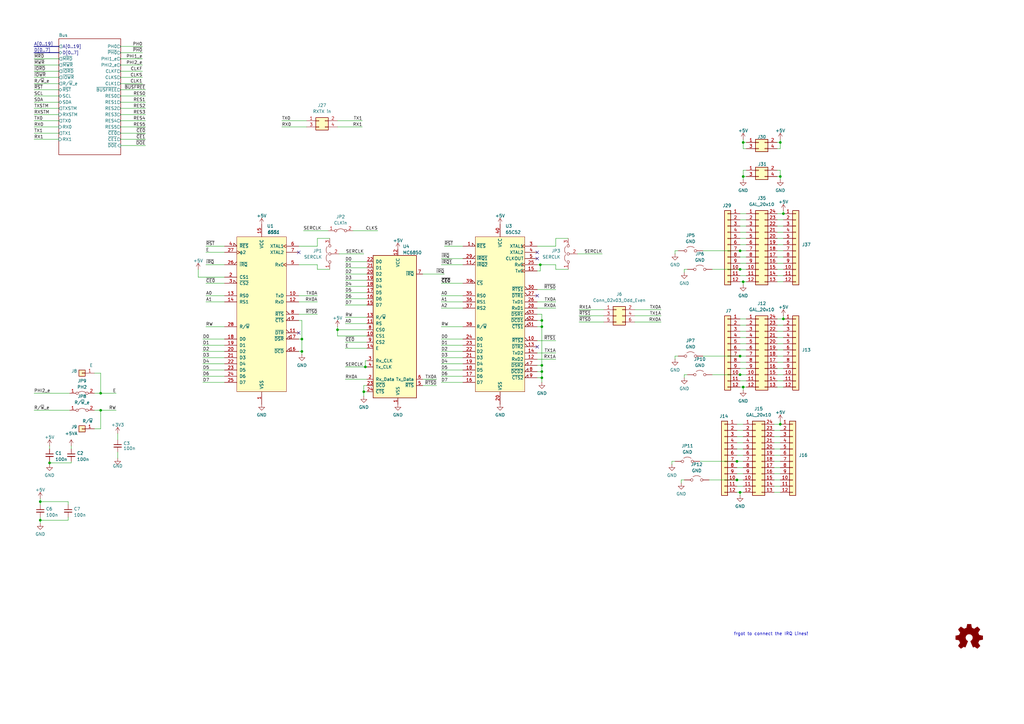
<source format=kicad_sch>
(kicad_sch (version 20231120) (generator "eeschema") (generator_version "8.0")
  (paper "A3")
  (title_block (title "Unicomp v3 - MOS Serial Board") (date "2024-10-05") (rev "v1.0") (company "100% Offner") (comment 1 "v1.0: Initial"))
  (junction (at 302.26 189.23))
  (junction (at 41.275 168.275))
  (junction (at 304.8 72.39))
  (junction (at 16.51 213.36))
  (junction (at 123.825 144.145))
  (junction (at 320.04 58.42))
  (junction (at 222.25 152.4))
  (junction (at 149.225 160.655))
  (junction (at 303.53 110.49))
  (junction (at 41.275 161.29))
  (junction (at 303.53 201.93))
  (junction (at 149.86 150.495))
  (junction (at 303.53 102.87))
  (junction (at 221.615 108.585))
  (junction (at 304.8 158.75))
  (junction (at 222.25 154.94))
  (junction (at 304.8 58.42))
  (junction (at 16.51 205.74))
  (junction (at 138.43 135.255))
  (junction (at 222.25 131.445))
  (junction (at 222.25 149.86))
  (junction (at 123.825 139.065))
  (junction (at 303.53 153.67))
  (junction (at 320.04 72.39))
  (junction (at 321.31 87.63))
  (junction (at 20.32 189.865))
  (junction (at 304.8 115.57))
  (junction (at 303.53 146.05))
  (junction (at 302.26 196.85))
  (junction (at 321.31 130.81))
  (junction (at 320.04 173.99))
  (junction (at 222.25 133.985))
  (no_connect (at 122.555 103.505))
  (no_connect (at 220.345 121.285))
  (no_connect (at 220.345 142.24))
  (no_connect (at 220.345 103.505))
  (no_connect (at 122.555 136.525))
  (no_connect (at 220.345 106.045))
  (wire (pts (xy 320.04 191.77) (xy 317.5 191.77)))
  (wire (pts (xy 292.1 153.67) (xy 303.53 153.67)))
  (wire (pts (xy 303.53 102.87) (xy 306.07 102.87)))
  (wire (pts (xy 141.605 132.715) (xy 150.495 132.715)))
  (wire (pts (xy 303.53 92.71) (xy 306.07 92.71)))
  (wire (pts (xy 13.97 39.37) (xy 24.13 39.37)))
  (wire (pts (xy 227.965 108.585) (xy 227.965 110.49)))
  (wire (pts (xy 13.97 31.75) (xy 24.13 31.75)))
  (wire (pts (xy 149.225 158.115) (xy 150.495 158.115)))
  (wire (pts (xy 320.04 58.42) (xy 320.04 60.96)))
  (wire (pts (xy 304.8 58.42) (xy 306.07 58.42)))
  (wire (pts (xy 233.045 97.79) (xy 227.965 97.79)))
  (wire (pts (xy 321.31 135.89) (xy 318.77 135.89)))
  (wire (pts (xy 13.97 41.91) (xy 24.13 41.91)))
  (wire (pts (xy 141.605 117.475) (xy 150.495 117.475)))
  (wire (pts (xy 321.31 138.43) (xy 318.77 138.43)))
  (wire (pts (xy 303.53 146.05) (xy 306.07 146.05)))
  (wire (pts (xy 135.255 97.79) (xy 130.175 97.79)))
  (wire (pts (xy 237.49 132.08) (xy 247.65 132.08)))
  (wire (pts (xy 150.495 147.955) (xy 149.86 147.955)))
  (wire (pts (xy 222.25 156.845) (xy 222.25 154.94)))
  (wire (pts (xy 49.53 34.29) (xy 58.42 34.29)))
  (wire (pts (xy 83.185 139.065) (xy 92.075 139.065)))
  (wire (pts (xy 276.86 102.87) (xy 278.13 102.87)))
  (wire (pts (xy 83.185 141.605) (xy 92.075 141.605)))
  (wire (pts (xy 303.53 105.41) (xy 306.07 105.41)))
  (wire (pts (xy 144.78 94.615) (xy 154.94 94.615)))
  (wire (pts (xy 130.175 97.79) (xy 130.175 100.965)))
  (wire (pts (xy 302.26 176.53) (xy 304.8 176.53)))
  (wire (pts (xy 83.185 146.685) (xy 92.075 146.685)))
  (wire (pts (xy 122.555 139.065) (xy 123.825 139.065)))
  (wire (pts (xy 321.31 158.75) (xy 318.77 158.75)))
  (wire (pts (xy 20.32 190.5) (xy 20.32 189.865)))
  (wire (pts (xy 280.67 153.67) (xy 281.94 153.67)))
  (wire (pts (xy 222.25 154.94) (xy 220.345 154.94)))
  (wire (pts (xy 20.32 189.865) (xy 29.21 189.865)))
  (wire (pts (xy 180.975 139.065) (xy 189.865 139.065)))
  (wire (pts (xy 304.8 158.75) (xy 306.07 158.75)))
  (wire (pts (xy 320.04 181.61) (xy 317.5 181.61)))
  (wire (pts (xy 141.605 107.315) (xy 150.495 107.315)))
  (wire (pts (xy 321.31 129.54) (xy 321.31 130.81)))
  (wire (pts (xy 138.43 137.795) (xy 150.495 137.795)))
  (wire (pts (xy 303.53 138.43) (xy 306.07 138.43)))
  (wire (pts (xy 275.59 190.5) (xy 275.59 189.23)))
  (wire (pts (xy 320.04 60.96) (xy 318.77 60.96)))
  (wire (pts (xy 41.275 175.895) (xy 41.275 168.275)))
  (wire (pts (xy 303.53 158.75) (xy 304.8 158.75)))
  (wire (pts (xy 141.605 120.015) (xy 150.495 120.015)))
  (wire (pts (xy 302.26 194.31) (xy 304.8 194.31)))
  (wire (pts (xy 320.04 201.93) (xy 317.5 201.93)))
  (wire (pts (xy 122.555 121.285) (xy 130.175 121.285)))
  (wire (pts (xy 321.31 113.03) (xy 318.77 113.03)))
  (wire (pts (xy 304.8 72.39) (xy 304.8 73.66)))
  (wire (pts (xy 49.53 46.99) (xy 59.69 46.99)))
  (wire (pts (xy 303.53 97.79) (xy 306.07 97.79)))
  (wire (pts (xy 303.53 148.59) (xy 306.07 148.59)))
  (wire (pts (xy 321.31 115.57) (xy 318.77 115.57)))
  (wire (pts (xy 303.53 135.89) (xy 306.07 135.89)))
  (wire (pts (xy 84.455 133.985) (xy 92.075 133.985)))
  (wire (pts (xy 13.97 46.99) (xy 24.13 46.99)))
  (wire (pts (xy 49.53 54.61) (xy 59.69 54.61)))
  (wire (pts (xy 321.31 156.21) (xy 318.77 156.21)))
  (wire (pts (xy 122.555 131.445) (xy 123.825 131.445)))
  (wire (pts (xy 122.555 144.145) (xy 123.825 144.145)))
  (wire (pts (xy 13.97 54.61) (xy 24.13 54.61)))
  (wire (pts (xy 13.97 161.29) (xy 28.575 161.29)))
  (wire (pts (xy 130.175 108.585) (xy 130.175 110.49)))
  (wire (pts (xy 227.965 110.49) (xy 233.045 110.49)))
  (wire (pts (xy 320.04 184.15) (xy 317.5 184.15)))
  (wire (pts (xy 180.975 106.045) (xy 189.865 106.045)))
  (wire (pts (xy 303.53 110.49) (xy 306.07 110.49)))
  (wire (pts (xy 303.53 107.95) (xy 306.07 107.95)))
  (wire (pts (xy 27.94 213.36) (xy 16.51 213.36)))
  (wire (pts (xy 304.8 115.57) (xy 306.07 115.57)))
  (wire (pts (xy 180.975 133.985) (xy 189.865 133.985)))
  (wire (pts (xy 141.605 140.335) (xy 150.495 140.335)))
  (wire (pts (xy 141.605 150.495) (xy 149.86 150.495)))
  (wire (pts (xy 180.975 156.845) (xy 189.865 156.845)))
  (wire (pts (xy 141.605 155.575) (xy 150.495 155.575)))
  (wire (pts (xy 220.345 128.905) (xy 222.25 128.905)))
  (wire (pts (xy 173.355 112.395) (xy 182.245 112.395)))
  (wire (pts (xy 49.53 26.67) (xy 58.42 26.67)))
  (wire (pts (xy 304.8 60.96) (xy 306.07 60.96)))
  (wire (pts (xy 49.53 39.37) (xy 59.69 39.37)))
  (wire (pts (xy 220.345 139.7) (xy 227.965 139.7)))
  (wire (pts (xy 180.975 108.585) (xy 189.865 108.585)))
  (wire (pts (xy 320.04 172.72) (xy 320.04 173.99)))
  (wire (pts (xy 180.975 116.205) (xy 189.865 116.205)))
  (wire (pts (xy 149.86 150.495) (xy 150.495 150.495)))
  (wire (pts (xy 279.4 196.85) (xy 280.67 196.85)))
  (wire (pts (xy 180.975 121.285) (xy 189.865 121.285)))
  (wire (pts (xy 303.53 130.81) (xy 306.07 130.81)))
  (wire (pts (xy 180.975 146.685) (xy 189.865 146.685)))
  (wire (pts (xy 320.04 69.85) (xy 320.04 72.39)))
  (wire (pts (xy 292.1 110.49) (xy 303.53 110.49)))
  (wire (pts (xy 149.225 158.115) (xy 149.225 160.655)))
  (wire (pts (xy 303.53 100.33) (xy 306.07 100.33)))
  (wire (pts (xy 320.04 179.07) (xy 317.5 179.07)))
  (wire (pts (xy 141.605 125.095) (xy 150.495 125.095)))
  (wire (pts (xy 290.83 196.85) (xy 302.26 196.85)))
  (wire (pts (xy 115.57 52.07) (xy 125.73 52.07)))
  (wire (pts (xy 180.975 154.305) (xy 189.865 154.305)))
  (wire (pts (xy 320.04 176.53) (xy 317.5 176.53)))
  (wire (pts (xy 83.185 151.765) (xy 92.075 151.765)))
  (wire (pts (xy 221.615 108.585) (xy 227.965 108.585)))
  (wire (pts (xy 303.53 113.03) (xy 306.07 113.03)))
  (wire (pts (xy 227.965 97.79) (xy 227.965 100.965)))
  (wire (pts (xy 115.57 49.53) (xy 125.73 49.53)))
  (wire (pts (xy 288.29 102.87) (xy 303.53 102.87)))
  (wire (pts (xy 180.975 149.225) (xy 189.865 149.225)))
  (wire (pts (xy 321.31 146.05) (xy 318.77 146.05)))
  (wire (pts (xy 321.31 107.95) (xy 318.77 107.95)))
  (wire (pts (xy 321.31 143.51) (xy 318.77 143.51)))
  (wire (pts (xy 321.31 90.17) (xy 318.77 90.17)))
  (wire (pts (xy 138.43 135.255) (xy 138.43 133.985)))
  (wire (pts (xy 275.59 189.23) (xy 276.86 189.23)))
  (wire (pts (xy 84.455 100.965) (xy 92.075 100.965)))
  (wire (pts (xy 304.8 72.39) (xy 306.07 72.39)))
  (wire (pts (xy 13.97 34.29) (xy 24.13 34.29)))
  (wire (pts (xy 41.275 153.035) (xy 41.275 161.29)))
  (wire (pts (xy 303.53 95.25) (xy 306.07 95.25)))
  (wire (pts (xy 141.605 122.555) (xy 150.495 122.555)))
  (wire (pts (xy 321.31 153.67) (xy 318.77 153.67)))
  (wire (pts (xy 49.53 31.75) (xy 58.42 31.75)))
  (wire (pts (xy 303.53 115.57) (xy 304.8 115.57)))
  (wire (pts (xy 321.31 151.13) (xy 318.77 151.13)))
  (wire (pts (xy 49.53 41.91) (xy 59.69 41.91)))
  (bus (pts (xy 24.13 19.05) (xy 13.97 19.05)))
  (wire (pts (xy 84.455 108.585) (xy 92.075 108.585)))
  (wire (pts (xy 222.25 131.445) (xy 222.25 133.985)))
  (wire (pts (xy 16.51 205.74) (xy 16.51 207.01)))
  (wire (pts (xy 84.455 103.505) (xy 92.075 103.505)))
  (wire (pts (xy 122.555 123.825) (xy 130.175 123.825)))
  (wire (pts (xy 13.97 57.15) (xy 24.13 57.15)))
  (wire (pts (xy 303.53 153.67) (xy 306.07 153.67)))
  (wire (pts (xy 321.31 92.71) (xy 318.77 92.71)))
  (wire (pts (xy 49.53 57.15) (xy 59.69 57.15)))
  (wire (pts (xy 141.605 114.935) (xy 150.495 114.935)))
  (wire (pts (xy 320.04 199.39) (xy 317.5 199.39)))
  (wire (pts (xy 38.735 153.035) (xy 41.275 153.035)))
  (wire (pts (xy 302.26 173.99) (xy 304.8 173.99)))
  (wire (pts (xy 41.275 161.29) (xy 38.735 161.29)))
  (wire (pts (xy 220.345 131.445) (xy 222.25 131.445)))
  (wire (pts (xy 280.67 154.94) (xy 280.67 153.67)))
  (wire (pts (xy 236.855 104.14) (xy 247.015 104.14)))
  (wire (pts (xy 222.25 152.4) (xy 222.25 154.94)))
  (wire (pts (xy 302.26 196.85) (xy 304.8 196.85)))
  (wire (pts (xy 321.31 87.63) (xy 318.77 87.63)))
  (wire (pts (xy 321.31 148.59) (xy 318.77 148.59)))
  (wire (pts (xy 49.53 24.13) (xy 58.42 24.13)))
  (wire (pts (xy 122.555 100.965) (xy 130.175 100.965)))
  (wire (pts (xy 302.26 181.61) (xy 304.8 181.61)))
  (wire (pts (xy 27.94 212.09) (xy 27.94 213.36)))
  (wire (pts (xy 303.53 201.93) (xy 304.8 201.93)))
  (wire (pts (xy 182.245 100.965) (xy 189.865 100.965)))
  (wire (pts (xy 16.51 214.63) (xy 16.51 213.36)))
  (wire (pts (xy 320.04 69.85) (xy 318.77 69.85)))
  (wire (pts (xy 302.26 184.15) (xy 304.8 184.15)))
  (wire (pts (xy 84.455 123.825) (xy 92.075 123.825)))
  (wire (pts (xy 148.59 52.07) (xy 138.43 52.07)))
  (wire (pts (xy 49.53 49.53) (xy 59.69 49.53)))
  (wire (pts (xy 220.345 111.125) (xy 221.615 111.125)))
  (wire (pts (xy 303.53 143.51) (xy 306.07 143.51)))
  (wire (pts (xy 84.455 116.205) (xy 92.075 116.205)))
  (wire (pts (xy 16.51 213.36) (xy 16.51 212.09)))
  (wire (pts (xy 220.345 144.78) (xy 227.965 144.78)))
  (wire (pts (xy 13.97 36.83) (xy 24.13 36.83)))
  (wire (pts (xy 13.97 52.07) (xy 24.13 52.07)))
  (wire (pts (xy 49.53 52.07) (xy 59.69 52.07)))
  (wire (pts (xy 303.53 133.35) (xy 306.07 133.35)))
  (wire (pts (xy 321.31 95.25) (xy 318.77 95.25)))
  (wire (pts (xy 122.555 128.905) (xy 130.175 128.905)))
  (wire (pts (xy 220.345 108.585) (xy 221.615 108.585)))
  (wire (pts (xy 303.53 156.21) (xy 306.07 156.21)))
  (wire (pts (xy 303.53 87.63) (xy 306.07 87.63)))
  (wire (pts (xy 27.94 205.74) (xy 27.94 207.01)))
  (wire (pts (xy 149.225 160.655) (xy 150.495 160.655)))
  (wire (pts (xy 180.975 144.145) (xy 189.865 144.145)))
  (wire (pts (xy 148.59 49.53) (xy 138.43 49.53)))
  (wire (pts (xy 173.355 155.575) (xy 179.07 155.575)))
  (wire (pts (xy 260.35 132.08) (xy 271.145 132.08)))
  (wire (pts (xy 29.21 189.23) (xy 29.21 189.865)))
  (wire (pts (xy 222.25 133.985) (xy 220.345 133.985)))
  (wire (pts (xy 83.185 154.305) (xy 92.075 154.305)))
  (wire (pts (xy 320.04 196.85) (xy 317.5 196.85)))
  (wire (pts (xy 220.345 152.4) (xy 222.25 152.4)))
  (wire (pts (xy 321.31 133.35) (xy 318.77 133.35)))
  (wire (pts (xy 302.26 191.77) (xy 304.8 191.77)))
  (wire (pts (xy 222.25 128.905) (xy 222.25 131.445)))
  (wire (pts (xy 279.4 198.12) (xy 279.4 196.85)))
  (wire (pts (xy 134.62 94.615) (xy 124.46 94.615)))
  (wire (pts (xy 49.53 36.83) (xy 59.69 36.83)))
  (wire (pts (xy 141.605 112.395) (xy 150.495 112.395)))
  (wire (pts (xy 123.825 144.145) (xy 123.825 145.415)))
  (wire (pts (xy 38.735 175.895) (xy 41.275 175.895)))
  (wire (pts (xy 49.53 59.69) (xy 59.69 59.69)))
  (wire (pts (xy 280.67 110.49) (xy 281.94 110.49)))
  (wire (pts (xy 320.04 194.31) (xy 317.5 194.31)))
  (wire (pts (xy 13.97 29.21) (xy 24.13 29.21)))
  (wire (pts (xy 41.275 168.275) (xy 38.735 168.275)))
  (wire (pts (xy 220.345 149.86) (xy 222.25 149.86)))
  (wire (pts (xy 304.8 160.02) (xy 304.8 158.75)))
  (wire (pts (xy 149.86 147.955) (xy 149.86 150.495)))
  (wire (pts (xy 173.355 158.115) (xy 179.07 158.115)))
  (wire (pts (xy 139.065 104.14) (xy 149.225 104.14)))
  (wire (pts (xy 48.26 185.42) (xy 48.26 187.96)))
  (wire (pts (xy 13.97 44.45) (xy 24.13 44.45)))
  (wire (pts (xy 304.8 116.84) (xy 304.8 115.57)))
  (wire (pts (xy 321.31 105.41) (xy 318.77 105.41)))
  (wire (pts (xy 41.275 161.29) (xy 47.625 161.29)))
  (wire (pts (xy 302.26 179.07) (xy 304.8 179.07)))
  (wire (pts (xy 138.43 137.795) (xy 138.43 135.255)))
  (wire (pts (xy 49.53 19.05) (xy 58.42 19.05)))
  (wire (pts (xy 130.175 110.49) (xy 135.255 110.49)))
  (wire (pts (xy 260.35 127) (xy 271.145 127)))
  (wire (pts (xy 320.04 189.23) (xy 317.5 189.23)))
  (wire (pts (xy 49.53 21.59) (xy 58.42 21.59)))
  (wire (pts (xy 180.975 151.765) (xy 189.865 151.765)))
  (wire (pts (xy 13.97 24.13) (xy 24.13 24.13)))
  (wire (pts (xy 122.555 108.585) (xy 130.175 108.585)))
  (wire (pts (xy 123.825 131.445) (xy 123.825 139.065)))
  (wire (pts (xy 320.04 173.99) (xy 317.5 173.99)))
  (wire (pts (xy 13.97 26.67) (xy 24.13 26.67)))
  (wire (pts (xy 141.605 109.855) (xy 150.495 109.855)))
  (wire (pts (xy 276.86 104.14) (xy 276.86 102.87)))
  (wire (pts (xy 321.31 102.87) (xy 318.77 102.87)))
  (wire (pts (xy 276.86 146.05) (xy 278.13 146.05)))
  (wire (pts (xy 320.04 72.39) (xy 320.04 73.66)))
  (wire (pts (xy 220.345 147.32) (xy 227.965 147.32)))
  (wire (pts (xy 302.26 189.23) (xy 304.8 189.23)))
  (wire (pts (xy 141.605 130.175) (xy 150.495 130.175)))
  (wire (pts (xy 276.86 147.32) (xy 276.86 146.05)))
  (wire (pts (xy 49.53 44.45) (xy 59.69 44.45)))
  (wire (pts (xy 320.04 57.15) (xy 320.04 58.42)))
  (wire (pts (xy 220.345 123.825) (xy 227.965 123.825)))
  (wire (pts (xy 81.28 113.665) (xy 81.28 110.49)))
  (wire (pts (xy 123.825 139.065) (xy 123.825 144.145)))
  (wire (pts (xy 288.29 146.05) (xy 303.53 146.05)))
  (wire (pts (xy 81.28 113.665) (xy 92.075 113.665)))
  (wire (pts (xy 302.26 199.39) (xy 304.8 199.39)))
  (wire (pts (xy 138.43 135.255) (xy 150.495 135.255)))
  (wire (pts (xy 83.185 149.225) (xy 92.075 149.225)))
  (wire (pts (xy 180.975 126.365) (xy 189.865 126.365)))
  (wire (pts (xy 320.04 186.69) (xy 317.5 186.69)))
  (wire (pts (xy 222.25 149.86) (xy 222.25 152.4)))
  (wire (pts (xy 302.26 186.69) (xy 304.8 186.69)))
  (wire (pts (xy 49.53 29.21) (xy 58.42 29.21)))
  (wire (pts (xy 321.31 97.79) (xy 318.77 97.79)))
  (wire (pts (xy 84.455 121.285) (xy 92.075 121.285)))
  (wire (pts (xy 20.32 182.88) (xy 20.32 184.15)))
  (wire (pts (xy 287.02 189.23) (xy 302.26 189.23)))
  (wire (pts (xy 16.51 205.74) (xy 27.94 205.74)))
  (wire (pts (xy 221.615 111.125) (xy 221.615 108.585)))
  (wire (pts (xy 222.25 133.985) (xy 222.25 149.86)))
  (wire (pts (xy 180.975 123.825) (xy 189.865 123.825)))
  (wire (pts (xy 303.53 203.2) (xy 303.53 201.93)))
  (wire (pts (xy 247.65 127) (xy 237.49 127)))
  (wire (pts (xy 149.225 160.655) (xy 149.225 162.56)))
  (wire (pts (xy 320.04 72.39) (xy 318.77 72.39)))
  (wire (pts (xy 48.26 177.8) (xy 48.26 180.34)))
  (wire (pts (xy 13.97 49.53) (xy 24.13 49.53)))
  (wire (pts (xy 260.35 129.54) (xy 271.145 129.54)))
  (wire (pts (xy 321.31 130.81) (xy 318.77 130.81)))
  (bus (pts (xy 24.13 21.59) (xy 13.97 21.59)))
  (wire (pts (xy 280.67 111.76) (xy 280.67 110.49)))
  (wire (pts (xy 304.8 57.15) (xy 304.8 58.42)))
  (wire (pts (xy 321.31 100.33) (xy 318.77 100.33)))
  (wire (pts (xy 220.345 100.965) (xy 227.965 100.965)))
  (wire (pts (xy 83.185 156.845) (xy 92.075 156.845)))
  (wire (pts (xy 141.605 142.875) (xy 150.495 142.875)))
  (wire (pts (xy 303.53 140.97) (xy 306.07 140.97)))
  (wire (pts (xy 13.97 168.275) (xy 28.575 168.275)))
  (wire (pts (xy 20.32 189.865) (xy 20.32 189.23)))
  (wire (pts (xy 304.8 69.85) (xy 306.07 69.85)))
  (wire (pts (xy 321.31 86.36) (xy 321.31 87.63)))
  (wire (pts (xy 321.31 140.97) (xy 318.77 140.97)))
  (wire (pts (xy 320.04 58.42) (xy 318.77 58.42)))
  (wire (pts (xy 16.51 204.47) (xy 16.51 205.74)))
  (wire (pts (xy 220.345 118.745) (xy 227.965 118.745)))
  (wire (pts (xy 304.8 69.85) (xy 304.8 72.39)))
  (wire (pts (xy 29.21 182.88) (xy 29.21 184.15)))
  (wire (pts (xy 220.345 126.365) (xy 227.965 126.365)))
  (wire (pts (xy 304.8 58.42) (xy 304.8 60.96)))
  (wire (pts (xy 303.53 151.13) (xy 306.07 151.13)))
  (wire (pts (xy 303.53 90.17) (xy 306.07 90.17)))
  (wire (pts (xy 41.275 168.275) (xy 47.625 168.275)))
  (wire (pts (xy 180.975 141.605) (xy 189.865 141.605)))
  (wire (pts (xy 237.49 129.54) (xy 247.65 129.54)))
  (wire (pts (xy 302.26 201.93) (xy 303.53 201.93)))
  (wire (pts (xy 321.31 110.49) (xy 318.77 110.49)))
  (wire (pts (xy 83.185 144.145) (xy 92.075 144.145)))
  (text "frgot to connect the IRQ Lines!" (at 316.23 260.096 0) (effects (font (size 1.27 1.27))))
  (label "~{RST}" (at 84.455 100.965 0))
  (label "~{IOWR}" (at 13.97 31.75 0))
  (label "TX0A" (at 179.07 155.575 180))
  (label "SDA" (at 13.97 41.91 0))
  (label "D0" (at 141.605 107.315 0))
  (label "SERCLK" (at 247.015 104.14 180))
  (label "RES3" (at 59.69 46.99 180))
  (label "RX1A" (at 237.49 127 0))
  (label "D0" (at 180.975 139.065 0))
  (label "TX0A" (at 130.175 121.285 180))
  (label "D5" (at 141.605 120.015 0))
  (label "~{IRQ}" (at 84.455 108.585 0))
  (label "RX0A" (at 271.145 132.08 180))
  (label "A1" (at 180.975 123.825 0))
  (label "PHI2_e" (at 58.42 26.67 180))
  (label "~{RTS0}" (at 227.965 118.745 180))
  (label "TX0" (at 13.97 49.53 0))
  (label "~{CE0}" (at 180.975 116.205 0))
  (label "D0" (at 83.185 139.065 0))
  (label "~{RTS0}" (at 179.07 158.115 180))
  (label "RW" (at 180.975 133.985 0))
  (label "PH0" (at 58.42 19.05 180))
  (label "~{CE0}" (at 141.605 140.335 0))
  (label "TXSTM" (at 13.97 44.45 0))
  (label "~{RTS1}" (at 227.965 139.7 180))
  (label "D3" (at 180.975 146.685 0))
  (label "D3" (at 83.185 146.685 0))
  (label "D2" (at 180.975 144.145 0))
  (label "~{CE0}" (at 180.975 116.205 0))
  (label "CLKS" (at 58.42 31.75 180))
  (label "CLKS" (at 154.94 94.615 180))
  (label "D4" (at 141.605 117.475 0))
  (label "TX1" (at 13.97 54.61 0))
  (label "RX1" (at 13.97 57.15 0))
  (label "RW" (at 141.605 130.175 0))
  (label "D6" (at 180.975 154.305 0))
  (label "E" (at 84.455 103.505 0))
  (label "~{RST}" (at 13.97 36.83 0))
  (label "R{slash}~{W}_e" (at 13.97 34.29 0))
  (label "~{PH0}" (at 58.42 21.59 180))
  (label "CLKF" (at 58.42 29.21 180))
  (label "D6" (at 141.605 122.555 0))
  (label "RX0A" (at 130.175 123.825 180))
  (label "~{IORD}" (at 13.97 29.21 0))
  (label "RW" (at 84.455 133.985 0))
  (label "RW" (at 47.625 168.275 180))
  (label "~{IRQ}" (at 180.975 106.045 0))
  (label "RX0" (at 115.57 52.07 0))
  (label "D5" (at 180.975 151.765 0))
  (label "D1" (at 83.185 141.605 0))
  (label "D7" (at 180.975 156.845 0))
  (label "D3" (at 141.605 114.935 0))
  (label "TX0" (at 115.57 49.53 0))
  (label "~{IRQ1}" (at 180.975 108.585 0))
  (label "~{CE0}" (at 59.69 54.61 180))
  (label "R{slash}~{W}_e" (at 13.97 168.275 0))
  (label "TX1A" (at 271.145 129.54 180))
  (label "SCL" (at 13.97 39.37 0))
  (label "TX0A" (at 271.145 127 180))
  (label "RES0" (at 59.69 39.37 180))
  (label "CLK1" (at 58.42 34.29 180))
  (label "D1" (at 141.605 109.855 0))
  (label "PHI2_e" (at 13.97 161.29 0))
  (label "A0" (at 84.455 121.285 0))
  (label "RX0A" (at 227.965 126.365 180))
  (label "A0" (at 180.975 121.285 0))
  (label "TX1" (at 148.59 49.53 180))
  (label "D[0..7]" (at 13.97 21.59 0))
  (label "~{MWR}" (at 13.97 26.67 0))
  (label "RXSTM" (at 13.97 46.99 0))
  (label "~{CE1}" (at 59.69 57.15 180))
  (label "~{IRQ}" (at 182.245 112.395 180))
  (label "TX1A" (at 227.965 144.78 180))
  (label "TX0A" (at 227.965 123.825 180))
  (label "D6" (at 83.185 154.305 0))
  (label "RX0A" (at 141.605 155.575 0))
  (label "A0" (at 141.605 132.715 0))
  (label "SERCLK" (at 124.46 94.615 0))
  (label "A1" (at 84.455 123.825 0))
  (label "D2" (at 141.605 112.395 0))
  (label "~{BUSFREE}" (at 59.69 36.83 180))
  (label "E" (at 47.625 161.29 180))
  (label "D2" (at 83.185 144.145 0))
  (label "D1" (at 180.975 141.605 0))
  (label "~{CE0}" (at 84.455 116.205 0))
  (label "RX1A" (at 227.965 147.32 180))
  (label "A[0..19]" (at 13.97 19.05 0))
  (label "~{MRD}" (at 13.97 24.13 0))
  (label "D4" (at 180.975 149.225 0))
  (label "~{RST}" (at 182.245 100.965 0))
  (label "~{DOE}" (at 59.69 59.69 180))
  (label "RES5" (at 59.69 52.07 180))
  (label "RX1" (at 148.59 52.07 180))
  (label "RX0" (at 13.97 52.07 0))
  (label "RES4" (at 59.69 49.53 180))
  (label "RES1" (at 59.69 41.91 180))
  (label "SERCLK" (at 141.605 150.495 0))
  (label "~{CE0}" (at 180.975 116.205 0))
  (label "~{RTS0}" (at 237.49 132.08 0))
  (label "~{RTS0}" (at 130.175 128.905 180))
  (label "D7" (at 141.605 125.095 0))
  (label "SERCLK" (at 149.225 104.14 180))
  (label "A2" (at 180.975 126.365 0))
  (label "D7" (at 83.185 156.845 0))
  (label "D5" (at 83.185 151.765 0))
  (label "~{RTS1}" (at 237.49 129.54 0))
  (label "RES2" (at 59.69 44.45 180))
  (label "D4" (at 83.185 149.225 0))
  (label "PHI1_e" (at 58.42 24.13 180))
  (label "E" (at 141.605 142.875 0))
  (symbol (lib_id "power:+5V") (at 163.195 102.235 0) (unit 1)
    (property "Reference" "#PWR023" (effects (hide yes)))
    (property "Value" "+5V" (at 163.195 98.6592 0))
  )
  (symbol (lib_id "Connector_Generic:Conn_02x12_Counter_Clockwise") (at 311.15 143.51 0) (unit 1) (in_bom no)
    (property "Reference" "J12" (at 312.42 124.46 0))
    (property "Value" "GAL_20x10" (at 312.42 127 0))
    (property "Footprint" "Package_DIP:DIP-24_W7.62mm" (effects (hide yes)))
    (property "Description" "Generic connector, double row, 02x12, counter clockwise pin numbering scheme (similar to DIP package numbering), script generated (kicad-library-utils/schlib/autogen/connector/)" (effects (hide yes)))
  )
  (symbol (lib_name "Jumper_2_Open_1") (lib_id "Jumper:Jumper_2_Open") (at 283.21 102.87 0) (unit 1) (exclude_from_sim yes) (in_bom no)
    (property "Reference" "JP5" (at 283.21 96.52 0))
    (property "Value" "GND" (at 283.21 99.06 0))
    (property "Footprint" "Jumper:SolderJumper-2_P1.3mm_Open_RoundedPad1.0x1.5mm" (effects (hide yes)))
    (property "Description" "Jumper, 2-pole, open" (effects (hide yes)))
  )
  (symbol (lib_id "power:GND") (at 280.67 154.94 0) (mirror y) (unit 1)
    (property "Reference" "#PWR030" (effects (hide yes)))
    (property "Value" "GND" (at 280.67 159.3834 0))
  )
  (symbol (lib_id "Connector_Generic:Conn_01x12") (at 297.18 186.69 0) (mirror y) (unit 1) (in_bom no)
    (property "Reference" "J14" (at 298.704 170.688 0) (effects (justify left)))
    (property "Value" "Conn_01x12" (effects (hide yes)))
    (property "Footprint" "Connector_PinSocket_2.54mm:PinSocket_1x12_P2.54mm_Vertical" (effects (hide yes)))
    (property "Description" "Generic connector, single row, 01x12, script generated (kicad-library-utils/schlib/autogen/connector/)" (effects (hide yes)))
  )
  (symbol (lib_id "Jumper:Jumper_2_Bridged") (at 139.7 94.615 0) (unit 1) (in_bom no)
    (property "Reference" "JP2" (at 139.7 88.9 0))
    (property "Value" "CLKin" (at 139.7 91.44 0))
    (property "Footprint" "Jumper:SolderJumper-2_P1.3mm_Bridged_RoundedPad1.0x1.5mm" (effects (hide yes)))
  )
  (symbol (lib_id "Connector_Generic:Conn_01x12") (at 325.12 186.69 0) (unit 1) (in_bom no)
    (property "Reference" "J16" (at 327.66 186.6899 0) (effects (justify left)))
    (property "Value" "Conn_01x12" (effects (hide yes)))
    (property "Footprint" "Connector_PinSocket_2.54mm:PinSocket_1x12_P2.54mm_Vertical" (effects (hide yes)))
    (property "Description" "Generic connector, single row, 01x12, script generated (kicad-library-utils/schlib/autogen/connector/)" (effects (hide yes)))
  )
  (symbol (lib_id "Jumper:Jumper_2_Bridged") (at 33.655 168.275 0) (unit 1) (in_bom no)
    (property "Reference" "JP8" (at 33.655 162.56 0))
    (property "Value" "R/~{W}_e" (at 33.655 165.1 0))
    (property "Footprint" "Jumper:SolderJumper-2_P1.3mm_Bridged_RoundedPad1.0x1.5mm" (effects (hide yes)))
  )
  (symbol (lib_id "power:GND") (at 163.195 165.735 0) (unit 1)
    (property "Reference" "#PWR026" (effects (hide yes)))
    (property "Value" "GND" (at 163.195 170.1784 0))
  )
  (symbol (lib_id "65xx:6551") (at 107.315 128.905 0) (unit 1)
    (property "Reference" "U1" (at 109.5091 92.71 0) (effects (justify left)))
    (property "Value" "6551" (at 109.5091 95.25 0) (effects (font (bold yes) (italic yes)) (justify left)))
    (property "Footprint" "Package_DIP:DIP-28_W15.24mm_LongPads" (effects (hide yes)))
    (property "Datasheet" "http://www.6502.org/documents/datasheets/mos/mos_6551_acia.pdf" (effects (hide yes)))
  )
  (symbol (lib_id "Connector_Generic:Conn_01x01") (at 33.655 153.035 0) (mirror y) (unit 1) (in_bom no)
    (property "Reference" "J8" (at 31.623 152.2003 0) (effects (justify left)))
    (property "Value" "E" (at 38.1 149.86 0) (effects (justify left)))
    (property "Footprint" "Connector_PinHeader_2.00mm:PinHeader_1x01_P2.00mm_Vertical" (effects (hide yes)))
  )
  (symbol (lib_id "power:+3V3") (at 48.26 177.8 0) (unit 1)
    (property "Reference" "#PWR08" (effects (hide yes)))
    (property "Value" "+3V3" (at 48.26 174.2242 0))
    (property "Description" "Power symbol creates a global label with name \"+3V3\"" (effects (hide yes)))
  )
  (symbol (lib_id "Device:C_Small") (at 29.21 186.69 0) (unit 1)
    (property "Reference" "C2" (at 31.5341 185.8616 0) (effects (justify left)))
    (property "Value" "100n" (at 31.5341 188.3985 0) (effects (justify left)))
    (property "Footprint" "Capacitor_SMD:C_1206_3216Metric" (effects (hide yes)))
    (property "Description" "Unpolarized capacitor, small symbol" (effects (hide yes)))
  )
  (symbol (lib_id "power:GND") (at 320.04 73.66 0) (unit 1)
    (property "Reference" "#PWR039" (effects (hide yes)))
    (property "Value" "GND" (at 320.04 78.1034 0))
  )
  (symbol (lib_id "Connector_Generic:Conn_01x12") (at 298.45 100.33 0) (mirror y) (unit 1) (in_bom no)
    (property "Reference" "J29" (at 299.974 84.328 0) (effects (justify left)))
    (property "Value" "Conn_01x12" (effects (hide yes)))
    (property "Footprint" "Connector_PinSocket_2.54mm:PinSocket_1x12_P2.54mm_Vertical" (effects (hide yes)))
    (property "Description" "Generic connector, single row, 01x12, script generated (kicad-library-utils/schlib/autogen/connector/)" (effects (hide yes)))
  )
  (symbol (lib_id "power:GND") (at 123.825 145.415 0) (unit 1)
    (property "Reference" "#PWR017" (effects (hide yes)))
    (property "Value" "GND" (at 123.825 149.8584 0))
  )
  (symbol (lib_id "power:GND") (at 303.53 203.2 0) (unit 1)
    (property "Reference" "#PWR043" (effects (hide yes)))
    (property "Value" "GND" (at 303.53 207.6434 0))
  )
  (symbol (lib_id "power:GND") (at 149.225 162.56 0) (unit 1)
    (property "Reference" "#PWR022" (effects (hide yes)))
    (property "Value" "GND" (at 149.225 167.0034 0))
  )
  (symbol (lib_id "Connector_Generic:Conn_01x12") (at 326.39 100.33 0) (unit 1) (in_bom no)
    (property "Reference" "J37" (at 328.93 100.3299 0) (effects (justify left)))
    (property "Value" "Conn_01x12" (effects (hide yes)))
    (property "Footprint" "Connector_PinSocket_2.54mm:PinSocket_1x12_P2.54mm_Vertical" (effects (hide yes)))
    (property "Description" "Generic connector, single row, 01x12, script generated (kicad-library-utils/schlib/autogen/connector/)" (effects (hide yes)))
  )
  (symbol (lib_id "power:GND") (at 107.315 165.735 0) (unit 1)
    (property "Reference" "#PWR016" (effects (hide yes)))
    (property "Value" "GND" (at 107.315 170.1784 0))
  )
  (symbol (lib_id "power:GND") (at 304.8 73.66 0) (unit 1)
    (property "Reference" "#PWR040" (effects (hide yes)))
    (property "Value" "GND" (at 304.8 78.1034 0))
  )
  (symbol (lib_id "65xx:65C52") (at 205.105 128.905 0) (unit 1)
    (property "Reference" "U3" (at 207.2991 92.71 0) (effects (justify left)))
    (property "Value" "65C52" (at 207.2991 95.25 0) (effects (justify left)))
    (property "Footprint" "Package_DIP:DIP-40_W15.24mm_Socket_LongPads" (effects (hide yes)))
  )
  (symbol (lib_id "power:GND") (at 276.86 147.32 0) (mirror y) (unit 1)
    (property "Reference" "#PWR020" (effects (hide yes)))
    (property "Value" "GND" (at 276.86 151.7634 0))
  )
  (symbol (lib_id "power:GND") (at 304.8 116.84 0) (unit 1)
    (property "Reference" "#PWR042" (effects (hide yes)))
    (property "Value" "GND" (at 304.8 121.2834 0))
  )
  (symbol (lib_id "power:+5V") (at 304.8 57.15 0) (unit 1)
    (property "Reference" "#PWR037" (effects (hide yes)))
    (property "Value" "+5V" (at 304.8 53.5742 0))
  )
  (symbol (lib_id "Interface_UART:MC6850") (at 163.195 135.255 0) (unit 1)
    (property "Reference" "U4" (at 165.2144 101.0752 0) (effects (justify left)))
    (property "Value" "MC6850" (at 165.2144 103.6121 0) (effects (justify left)))
    (property "Footprint" "Package_DIP:DIP-24_W15.24mm_LongPads" (effects (hide yes)))
    (property "Datasheet" "http://pdf.datasheetcatalog.com/datasheet/motorola/MC6850.pdf" (effects (hide yes)))
  )
  (symbol (lib_id "power:+5V") (at 138.43 133.985 0) (unit 1)
    (property "Reference" "#PWR021" (effects (hide yes)))
    (property "Value" "+5V" (at 138.43 130.4092 0))
  )
  (symbol (lib_id "power:+5V") (at 205.105 92.075 0) (unit 1)
    (property "Reference" "#PWR027" (effects (hide yes)))
    (property "Value" "+5V" (at 205.105 88.4992 0))
  )
  (symbol (lib_id "power:GND") (at 304.8 160.02 0) (unit 1)
    (property "Reference" "#PWR033" (effects (hide yes)))
    (property "Value" "GND" (at 304.8 164.4634 0))
  )
  (symbol (lib_id "Device:C_Small") (at 16.51 209.55 0) (unit 1)
    (property "Reference" "C6" (at 18.8341 208.7216 0) (effects (justify left)))
    (property "Value" "100n" (at 18.8341 211.2585 0) (effects (justify left)))
    (property "Footprint" "Capacitor_SMD:C_1206_3216Metric" (effects (hide yes)))
  )
  (symbol (lib_id "power:GND") (at 275.59 190.5 0) (mirror y) (unit 1)
    (property "Reference" "#PWR035" (effects (hide yes)))
    (property "Value" "GND" (at 275.59 194.9434 0))
  )
  (symbol (lib_id "Jumper:Jumper_2_Bridged") (at 33.655 161.29 0) (unit 1) (in_bom no)
    (property "Reference" "JP9" (at 33.655 156.21 0))
    (property "Value" "PH2" (at 33.655 158.75 0))
    (property "Footprint" "Jumper:SolderJumper-2_P1.3mm_Bridged_RoundedPad1.0x1.5mm" (effects (hide yes)))
  )
  (symbol (lib_id "power:GND") (at 16.51 214.63 0) (unit 1)
    (property "Reference" "#PWR013" (effects (hide yes)))
    (property "Value" "GND" (at 16.51 219.0734 0))
  )
  (symbol (lib_id "power:+5V") (at 320.04 57.15 0) (mirror y) (unit 1)
    (property "Reference" "#PWR038" (effects (hide yes)))
    (property "Value" "+5V" (at 320.04 53.5742 0))
  )
  (symbol (lib_id "power:GND") (at 20.32 190.5 0) (unit 1)
    (property "Reference" "#PWR03" (effects (hide yes)))
    (property "Value" "GND" (at 20.32 194.9434 0))
    (property "Description" "Power symbol creates a global label with name \"GND\" , ground" (effects (hide yes)))
  )
  (symbol (lib_id "Connector_Generic:Conn_02x12_Counter_Clockwise") (at 311.15 100.33 0) (unit 1) (in_bom no)
    (property "Reference" "J35" (at 312.42 81.28 0))
    (property "Value" "GAL_20x10" (at 312.42 83.82 0))
    (property "Footprint" "Package_DIP:DIP-24_W7.62mm" (effects (hide yes)))
    (property "Description" "Generic connector, double row, 02x12, counter clockwise pin numbering scheme (similar to DIP package numbering), script generated (kicad-library-utils/schlib/autogen/connector/)" (effects (hide yes)))
  )
  (symbol (lib_id "power:+5V") (at 107.315 92.075 0) (unit 1)
    (property "Reference" "#PWR015" (effects (hide yes)))
    (property "Value" "+5V" (at 107.315 88.4992 0))
  )
  (symbol (lib_id "Connector_Generic:Conn_01x12") (at 298.45 143.51 0) (mirror y) (unit 1) (in_bom no)
    (property "Reference" "J7" (at 299.974 127.508 0) (effects (justify left)))
    (property "Value" "Conn_01x12" (effects (hide yes)))
    (property "Footprint" "Connector_PinSocket_2.54mm:PinSocket_1x12_P2.54mm_Vertical" (effects (hide yes)))
    (property "Description" "Generic connector, single row, 01x12, script generated (kicad-library-utils/schlib/autogen/connector/)" (effects (hide yes)))
  )
  (symbol (lib_id "power:GND") (at 280.67 111.76 0) (mirror y) (unit 1)
    (property "Reference" "#PWR019" (effects (hide yes)))
    (property "Value" "GND" (at 280.67 116.2034 0))
  )
  (symbol (lib_id "power:GND") (at 48.26 187.96 0) (unit 1)
    (property "Reference" "#PWR09" (effects (hide yes)))
    (property "Value" "GND" (at 48.26 191.135 0))
    (property "Description" "Power symbol creates a global label with name \"GND\" , ground" (effects (hide yes)))
  )
  (symbol (lib_name "Jumper_2_Open_1") (lib_id "Jumper:Jumper_2_Open") (at 287.02 110.49 0) (unit 1) (exclude_from_sim yes) (in_bom no)
    (property "Reference" "JP6" (at 287.02 104.14 0))
    (property "Value" "GND" (at 287.02 106.68 0))
    (property "Footprint" "Jumper:SolderJumper-2_P1.3mm_Open_RoundedPad1.0x1.5mm" (effects (hide yes)))
    (property "Description" "Jumper, 2-pole, open" (effects (hide yes)))
  )
  (symbol (lib_id "Connector_Generic:Conn_01x12") (at 326.39 143.51 0) (unit 1) (in_bom no)
    (property "Reference" "J13" (at 328.93 143.5099 0) (effects (justify left)))
    (property "Value" "Conn_01x12" (effects (hide yes)))
    (property "Footprint" "Connector_PinSocket_2.54mm:PinSocket_1x12_P2.54mm_Vertical" (effects (hide yes)))
    (property "Description" "Generic connector, single row, 01x12, script generated (kicad-library-utils/schlib/autogen/connector/)" (effects (hide yes)))
  )
  (symbol (lib_id "Connector_Generic:Conn_02x02_Odd_Even") (at 311.15 69.85 0) (unit 1) (in_bom no)
    (property "Reference" "J31" (at 312.674 67.31 0))
    (property "Value" "Conn_02x02_Odd_Even" (effects (hide yes)))
    (property "Footprint" "Connector_PinSocket_2.54mm:PinSocket_2x02_P2.54mm_Vertical" (effects (hide yes)))
    (property "Description" "Generic connector, double row, 02x02, odd/even pin numbering scheme (row 1 odd numbers, row 2 even numbers), script generated (kicad-library-utils/schlib/autogen/connector/)" (effects (hide yes)))
  )
  (symbol (lib_name "Jumper_2_Open_1") (lib_id "Jumper:Jumper_2_Open") (at 285.75 196.85 0) (unit 1) (exclude_from_sim yes) (in_bom no)
    (property "Reference" "JP12" (at 285.75 190.5 0))
    (property "Value" "GND" (at 285.75 193.04 0))
    (property "Footprint" "Jumper:SolderJumper-2_P1.3mm_Open_RoundedPad1.0x1.5mm" (effects (hide yes)))
    (property "Description" "Jumper, 2-pole, open" (effects (hide yes)))
  )
  (symbol (lib_id "Connector_Generic:Conn_02x02_Odd_Even") (at 130.81 49.53 0) (unit 1)
    (property "Reference" "J27" (at 132.08 43.18 0))
    (property "Value" "RXTX in" (at 132.08 45.72 0))
    (property "Footprint" "Connector_PinSocket_2.54mm:PinSocket_2x02_P2.54mm_Vertical" (effects (hide yes)))
    (property "Description" "Generic connector, double row, 02x02, odd/even pin numbering scheme (row 1 odd numbers, row 2 even numbers), script generated (kicad-library-utils/schlib/autogen/connector/)" (effects (hide yes)))
  )
  (symbol (lib_id "Jumper:Jumper_3_Open") (at 135.255 104.14 90) (unit 1) (in_bom no)
    (property "Reference" "JP1" (at 132.08 102.8699 90) (effects (justify left)))
    (property "Value" "SERCLK" (at 132.08 105.4099 90) (effects (justify left)))
    (property "Footprint" "Connector_PinHeader_2.54mm:PinHeader_1x03_P2.54mm_Vertical" (effects (hide yes)))
  )
  (symbol (lib_id "power:+5V") (at 81.28 110.49 0) (unit 1)
    (property "Reference" "#PWR014" (effects (hide yes)))
    (property "Value" "+5V" (at 81.28 106.9142 0))
  )
  (symbol (lib_name "Jumper_2_Open_1") (lib_id "Jumper:Jumper_2_Open") (at 287.02 153.67 0) (unit 1) (exclude_from_sim yes) (in_bom no)
    (property "Reference" "JP10" (at 287.02 147.32 0))
    (property "Value" "GND" (at 287.02 149.86 0))
    (property "Footprint" "Jumper:SolderJumper-2_P1.3mm_Open_RoundedPad1.0x1.5mm" (effects (hide yes)))
    (property "Description" "Jumper, 2-pole, open" (effects (hide yes)))
  )
  (symbol (lib_id "Connector_Generic:Conn_02x02_Odd_Even") (at 311.15 58.42 0) (unit 1) (in_bom no)
    (property "Reference" "J30" (at 312.42 56.134 0))
    (property "Value" "Conn_02x02_Odd_Even" (effects (hide yes)))
    (property "Footprint" "Connector_PinSocket_2.54mm:PinSocket_2x02_P2.54mm_Vertical" (effects (hide yes)))
    (property "Description" "Generic connector, double row, 02x02, odd/even pin numbering scheme (row 1 odd numbers, row 2 even numbers), script generated (kicad-library-utils/schlib/autogen/connector/)" (effects (hide yes)))
  )
  (symbol (lib_id "power:+5V") (at 321.31 86.36 0) (unit 1)
    (property "Reference" "#PWR041" (effects (hide yes)))
    (property "Value" "+5V" (at 321.31 82.7842 0))
  )
  (symbol (lib_id "Connector_Generic:Conn_02x12_Counter_Clockwise") (at 309.88 186.69 0) (unit 1) (in_bom no)
    (property "Reference" "J15" (at 311.15 167.64 0))
    (property "Value" "GAL_20x10" (at 311.15 170.18 0))
    (property "Footprint" "Package_DIP:DIP-24_W7.62mm" (effects (hide yes)))
    (property "Description" "Generic connector, double row, 02x12, counter clockwise pin numbering scheme (similar to DIP package numbering), script generated (kicad-library-utils/schlib/autogen/connector/)" (effects (hide yes)))
  )
  (symbol (lib_id "power:GND") (at 276.86 104.14 0) (mirror y) (unit 1)
    (property "Reference" "#PWR018" (effects (hide yes)))
    (property "Value" "GND" (at 276.86 108.5834 0))
  )
  (symbol (lib_id "power:+5V") (at 320.04 172.72 0) (unit 1)
    (property "Reference" "#PWR044" (effects (hide yes)))
    (property "Value" "+5V" (at 320.04 169.1442 0))
  )
  (symbol (lib_id "power:+5V") (at 16.51 204.47 0) (unit 1)
    (property "Reference" "#PWR012" (effects (hide yes)))
    (property "Value" "+5V" (at 16.51 200.8942 0))
  )
  (symbol (lib_id "power:+5VA") (at 29.21 182.88 0) (unit 1)
    (property "Reference" "#PWR0121" (effects (hide yes)))
    (property "Value" "+5VA" (at 29.21 177.8 0))
    (property "Description" "Power symbol creates a global label with name \"+5VA\"" (effects (hide yes)))
  )
  (symbol (lib_id "Device:C_Small") (at 20.32 186.69 0) (unit 1)
    (property "Reference" "C1" (at 22.6441 185.8616 0) (effects (justify left)))
    (property "Value" "100n" (at 22.6441 188.3985 0) (effects (justify left)))
    (property "Footprint" "Capacitor_SMD:C_1206_3216Metric" (effects (hide yes)))
    (property "Description" "Unpolarized capacitor, small symbol" (effects (hide yes)))
  )
  (symbol (lib_id "Graphic:Logo_Open_Hardware_Small") (at 397.51 261.62 0) (unit 1) (exclude_from_sim yes) (in_bom no) (on_board no)
    (property "Reference" "#SYM1" (effects (hide yes)))
    (property "Value" "Logo_Open_Hardware_Small" (effects (hide yes)))
    (property "Description" "Open Hardware logo, small" (effects (hide yes)))
  )
  (symbol (lib_id "Connector_Generic:Conn_02x03_Odd_Even") (at 252.73 129.54 0) (unit 1)
    (property "Reference" "J6" (at 254 120.65 0))
    (property "Value" "Conn_02x03_Odd_Even" (at 254 123.19 0))
    (property "Footprint" "Connector_PinSocket_2.54mm:PinSocket_2x03_P2.54mm_Vertical" (effects (hide yes)))
    (property "Description" "Generic connector, double row, 02x03, odd/even pin numbering scheme (row 1 odd numbers, row 2 even numbers), script generated (kicad-library-utils/schlib/autogen/connector/)" (effects (hide yes)))
  )
  (symbol (lib_id "power:GND") (at 279.4 198.12 0) (mirror y) (unit 1)
    (property "Reference" "#PWR036" (effects (hide yes)))
    (property "Value" "GND" (at 279.4 202.5634 0))
  )
  (symbol (lib_id "power:+5V") (at 20.32 182.88 0) (unit 1)
    (property "Reference" "#PWR02" (effects (hide yes)))
    (property "Value" "+5V" (at 20.32 179.3042 0))
    (property "Description" "Power symbol creates a global label with name \"+5V\"" (effects (hide yes)))
  )
  (symbol (lib_id "Jumper:Jumper_3_Open") (at 233.045 104.14 90) (unit 1) (in_bom no)
    (property "Reference" "JP3" (at 229.87 102.8699 90) (effects (justify left)))
    (property "Value" "SERCLK" (at 229.87 105.4099 90) (effects (justify left)))
    (property "Footprint" "Connector_PinHeader_2.54mm:PinHeader_1x03_P2.54mm_Vertical" (effects (hide yes)))
  )
  (symbol (lib_name "Jumper_2_Open_1") (lib_id "Jumper:Jumper_2_Open") (at 281.94 189.23 0) (unit 1) (exclude_from_sim yes) (in_bom no)
    (property "Reference" "JP11" (at 281.94 182.88 0))
    (property "Value" "GND" (at 281.94 185.42 0))
    (property "Footprint" "Jumper:SolderJumper-2_P1.3mm_Open_RoundedPad1.0x1.5mm" (effects (hide yes)))
    (property "Description" "Jumper, 2-pole, open" (effects (hide yes)))
  )
  (symbol (lib_id "Device:C_Small") (at 27.94 209.55 0) (unit 1)
    (property "Reference" "C7" (at 30.2641 208.7216 0) (effects (justify left)))
    (property "Value" "100n" (at 30.2641 211.2585 0) (effects (justify left)))
    (property "Footprint" "Capacitor_SMD:C_1206_3216Metric" (effects (hide yes)))
  )
  (symbol (lib_id "power:GND") (at 222.25 156.845 0) (unit 1)
    (property "Reference" "#PWR029" (effects (hide yes)))
    (property "Value" "GND" (at 222.25 161.2884 0))
  )
  (symbol (lib_id "Connector_Generic:Conn_01x01") (at 33.655 175.895 0) (mirror y) (unit 1) (in_bom no)
    (property "Reference" "J9" (at 31.623 175.0603 0) (effects (justify left)))
    (property "Value" "R/~{W}" (at 38.1 172.72 0) (effects (justify left)))
    (property "Footprint" "Connector_PinHeader_2.00mm:PinHeader_1x01_P2.00mm_Vertical" (effects (hide yes)))
  )
  (symbol (lib_name "Jumper_2_Open_1") (lib_id "Jumper:Jumper_2_Open") (at 283.21 146.05 0) (unit 1) (exclude_from_sim yes) (in_bom no)
    (property "Reference" "JP7" (at 283.21 139.7 0))
    (property "Value" "GND" (at 283.21 142.24 0))
    (property "Footprint" "Jumper:SolderJumper-2_P1.3mm_Open_RoundedPad1.0x1.5mm" (effects (hide yes)))
    (property "Description" "Jumper, 2-pole, open" (effects (hide yes)))
  )
  (symbol (lib_id "Device:C_Small") (at 48.26 182.88 0) (unit 1)
    (property "Reference" "C3" (at 50.5841 181.8623 0) (effects (justify left)))
    (property "Value" "100n" (at 50.5841 183.9103 0) (effects (justify left)))
    (property "Footprint" "Capacitor_SMD:C_1206_3216Metric" (effects (hide yes)))
    (property "Description" "Unpolarized capacitor, small symbol" (effects (hide yes)))
  )
  (symbol (lib_id "power:+5V") (at 321.31 129.54 0) (unit 1)
    (property "Reference" "#PWR034" (effects (hide yes)))
    (property "Value" "+5V" (at 321.31 125.9642 0))
  )
  (symbol (lib_id "power:GND") (at 205.105 165.735 0) (unit 1)
    (property "Reference" "#PWR028" (effects (hide yes)))
    (property "Value" "GND" (at 205.105 170.1784 0))
  )
  (sheet (at 24.13 15.875) (size 25.4 47.625) (stroke (width 0.1524))
    (property "Sheetname" "Bus" (at 24.13 15.1634 0) (effects (justify left bottom)))
    (property "Sheetfile" "bus.kicad_sch" (effects (hide yes)))
    (pin "D[0..7]" bidirectional (at 24.13 21.59 180))
    (pin "TXSTM" output (at 24.13 44.45 180))
    (pin "RXSTM" input (at 24.13 46.99 180))
    (pin "~{MRD}" output (at 24.13 24.13 180))
    (pin "~{IORD}" output (at 24.13 29.21 180))
    (pin "~{IOWR}" output (at 24.13 31.75 180))
    (pin "R{slash}~{W}_e" output (at 24.13 34.29 180))
    (pin "~{MWR}" output (at 24.13 26.67 180))
    (pin "~{RST}" bidirectional (at 24.13 36.83 180))
    (pin "PH0" output (at 49.53 19.05 0))
    (pin "CLKS" output (at 49.53 31.75 0))
    (pin "~{PH0}" output (at 49.53 21.59 0))
    (pin "CLKF" output (at 49.53 29.21 0))
    (pin "PHI1_e" output (at 49.53 24.13 0))
    (pin "PHI2_e" output (at 49.53 26.67 0))
    (pin "~{BUSFREE}" output (at 49.53 36.83 0))
    (pin "SCL" bidirectional (at 24.13 39.37 180))
    (pin "SDA" bidirectional (at 24.13 41.91 180))
    (pin "RES5" output (at 49.53 52.07 0))
    (pin "RES1" output (at 49.53 41.91 0))
    (pin "RES3" output (at 49.53 46.99 0))
    (pin "RX1" input (at 24.13 57.15 180))
    (pin "RX0" input (at 24.13 52.07 180))
    (pin "TX0" output (at 24.13 49.53 180))
    (pin "TX1" output (at 24.13 54.61 180))
    (pin "RES4" output (at 49.53 49.53 0))
    (pin "RES2" output (at 49.53 44.45 0))
    (pin "RES0" output (at 49.53 39.37 0))
    (pin "CLK1" output (at 49.53 34.29 0))
    (pin "A[0..19]" output (at 24.13 19.05 180))
    (pin "~{DOE}" input (at 49.53 59.69 0))
    (pin "~{CE0}" output (at 49.53 54.61 0))
    (pin "~{CE1}" output (at 49.53 57.15 0))
  )
)
</source>
